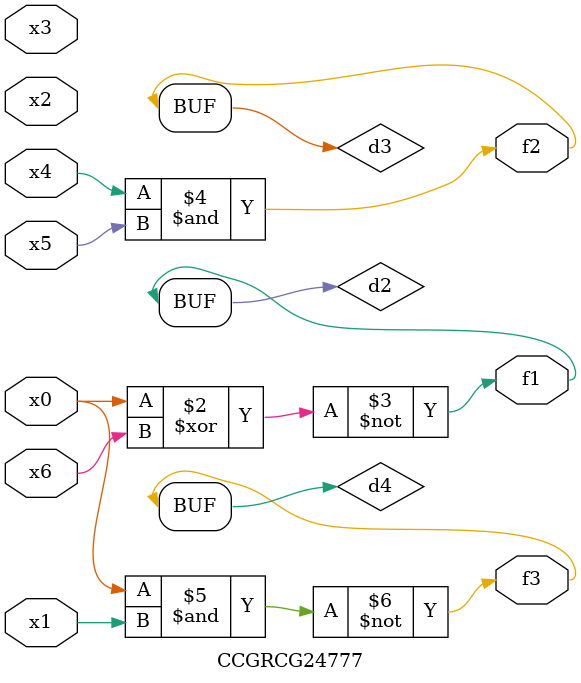
<source format=v>
module CCGRCG24777(
	input x0, x1, x2, x3, x4, x5, x6,
	output f1, f2, f3
);

	wire d1, d2, d3, d4;

	nor (d1, x0);
	xnor (d2, x0, x6);
	and (d3, x4, x5);
	nand (d4, x0, x1);
	assign f1 = d2;
	assign f2 = d3;
	assign f3 = d4;
endmodule

</source>
